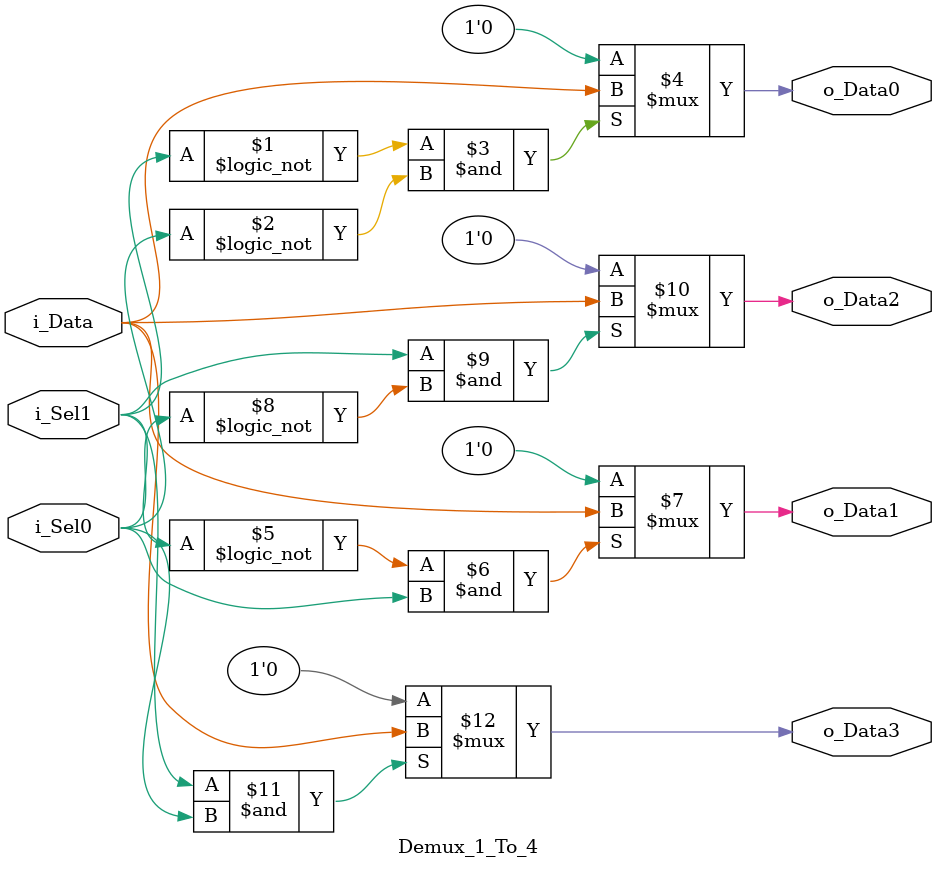
<source format=v>
module Demux_1_To_4
(
  input     i_Data,
  input     i_Sel1,
  input     i_Sel0,
  output    o_Data0,
  output    o_Data1,
  output    o_Data2,
  output    o_Data3);

assign o_Data0 = !i_Sel1 & !i_Sel0 ? i_Data: 1'b0;
assign o_Data1 = !i_Sel1 & i_Sel0 ? i_Data: 1'b0;
assign o_Data2 = i_Sel1 & !i_Sel0 ? i_Data: 1'b0;
assign o_Data3 = i_Sel1 & i_Sel0 ? i_Data: 1'b0;

endmodule

</source>
